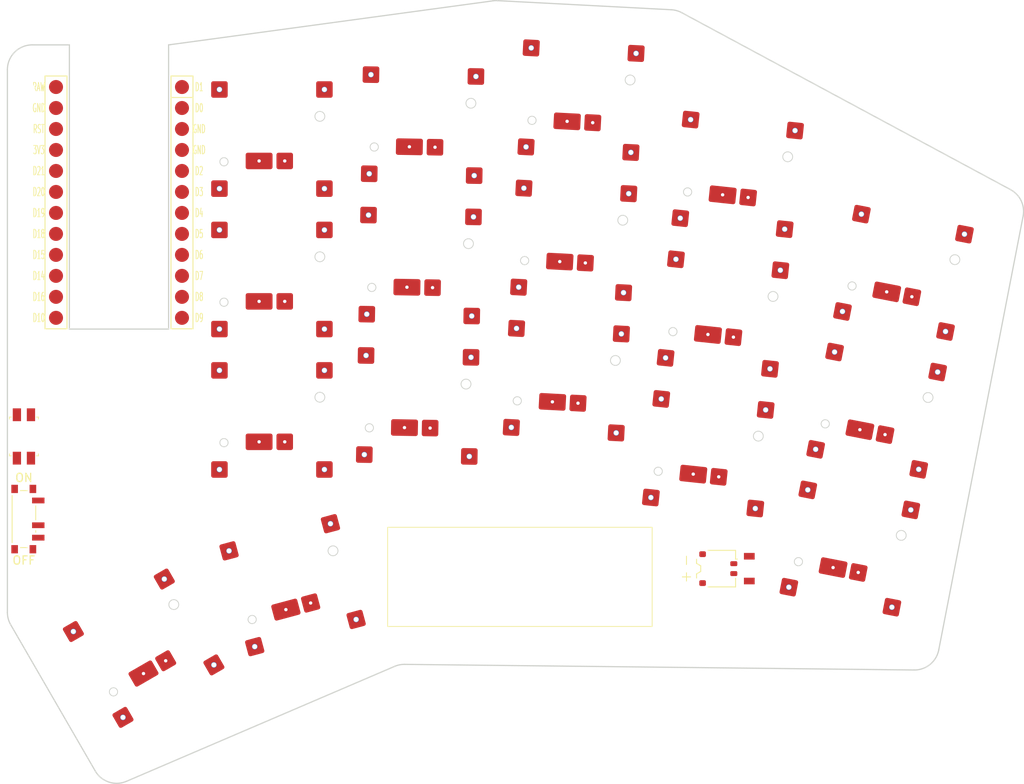
<source format=kicad_pcb>
(kicad_pcb (version 20240108) (generator "ergogen") (generator_version "4.1.0")
  (title_block (title "slimsplaydy_right_unrouted") (date "2025-05-30") (rev "v1.0.0") (company "Unknown"))
  (layers (0 "F.Cu" signal) (31 "B.Cu" signal) (34 "B.Paste" user) (35 "F.Paste" user) (36 "B.SilkS" user "B.Silkscreen") (37 "F.SilkS" user "F.Silkscreen") (38 "B.Mask" user) (39 "F.Mask" user) (44 "Edge.Cuts" user))
  (net 0 "")
  (net 1 "mirror_hand_pinky_bottom")
  (net 2 "GND")
  (net 3 "mirror_hand_pinky_home")
  (net 4 "mirror_hand_pinky_top")
  (net 5 "mirror_hand_ring_bottom")
  (net 6 "mirror_hand_ring_home")
  (net 7 "mirror_hand_ring_top")
  (net 8 "mirror_hand_middle_bottom")
  (net 9 "mirror_hand_middle_home")
  (net 10 "mirror_hand_middle_top")
  (net 11 "mirror_hand_index_bottom")
  (net 12 "mirror_hand_index_home")
  (net 13 "mirror_hand_index_top")
  (net 14 "mirror_hand_inner_bottom")
  (net 15 "mirror_hand_inner_home")
  (net 16 "mirror_hand_inner_top")
  (net 17 "mirror_thumb_near_fan")
  (net 18 "mirror_thumb_far_fan")
  (net 19 "RAW")
  (net 20 "RST")
  (net 21 "3V3")
  (net 22 "D21")
  (net 23 "P101")
  (net 24 "P102")
  (net 25 "P107")
  (net 26 "MCU1_24")
  (net 27 "MCU1_1")
  (net 28 "MCU1_23")
  (net 29 "MCU1_2")
  (net 30 "MCU1_22")
  (net 31 "MCU1_3")
  (net 32 "MCU1_21")
  (net 33 "MCU1_4")
  (net 34 "MCU1_20")
  (net 35 "MCU1_5")
  (net 36 "MCU1_19")
  (net 37 "MCU1_6")
  (net 38 "MCU1_18")
  (net 39 "MCU1_7")
  (net 40 "MCU1_17")
  (net 41 "MCU1_8")
  (net 42 "MCU1_16")
  (net 43 "MCU1_9")
  (net 44 "MCU1_15")
  (net 45 "MCU1_10")
  (net 46 "MCU1_14")
  (net 47 "MCU1_11")
  (net 48 "MCU1_13")
  (net 49 "MCU1_12")
  (net 50 "BAT_P")
  (footprint "PG1316S" (at 330.91987090000003 141.7956297 -11) (layer "F.Cu")
    (property "Reference" "S1" hide)
    (fp_circle (center -5.8 2.75) (end -5.3 2.75) (stroke (width 0.1)) (fill none) (layer "Edge.Cuts"))
    (fp_circle (center 5.8 -2.75) (end 6.4 -2.75) (stroke (width 0.1)) (fill none) (layer "Edge.Cuts"))
    (pad "1" smd roundrect (at -1.55 2.65 -11) (size 3.25 2) (layers "F.Cu" "F.Paste" "F.Mask") (roundrect_rratio 0.125) (net 1 "mirror_hand_pinky_bottom"))
    (pad "2" smd roundrect (at 1.55 2.65 -11) (size 2 2) (layers "F.Cu" "F.Paste" "F.Mask") (roundrect_rratio 0.125) (net 2 "GND"))
    (pad "3" smd roundrect (at -6.35 -6 -11) (size 2 2) (layers "F.Cu" "F.Paste" "F.Mask") (roundrect_rratio 0.125))
    (pad "3" smd roundrect (at -6.35 6 -11) (size 2 2) (layers "F.Cu" "F.Paste" "F.Mask") (roundrect_rratio 0.125))
    (pad "3" smd roundrect (at 6.35 -6 -11) (size 2 2) (layers "F.Cu" "F.Paste" "F.Mask") (roundrect_rratio 0.125))
    (pad "3" smd roundrect (at 6.35 6 -11) (size 2 2) (layers "F.Cu" "F.Paste" "F.Mask") (roundrect_rratio 0.125))
    (pad "" thru_hole circle (at -1.55 2.65 -11) (size 0.4 0.4) (layers "F.Cu" "B.Cu" "F.Paste" "B.Paste" "F.Mask" "B.Mask") (drill 0.8) (net 1 "mirror_hand_pinky_bottom"))
    (pad "" thru_hole circle (at 1.55 2.65 -11) (size 0.4 0.4) (layers "F.Cu" "B.Cu" "F.Paste" "B.Paste" "F.Mask" "B.Mask") (drill 0.8) (net 2 "GND"))
    (pad "" thru_hole circle (at -6.35 -6 -11) (size 0.7 0.7) (layers "F.Cu" "B.Cu" "F.Paste" "B.Paste" "F.Mask" "B.Mask") (drill 0.6))
    (pad "" thru_hole circle (at -6.35 6 -11) (size 0.7 0.7) (layers "F.Cu" "B.Cu" "F.Paste" "B.Paste" "F.Mask" "B.Mask") (drill 0.6))
    (pad "" thru_hole circle (at 6.35 -6 -11) (size 0.7 0.7) (layers "F.Cu" "B.Cu" "F.Paste" "B.Paste" "F.Mask" "B.Mask") (drill 0.6))
    (pad "" thru_hole circle (at 6.35 6 -11) (size 0.7 0.7) (layers "F.Cu" "B.Cu" "F.Paste" "B.Paste" "F.Mask" "B.Mask") (drill 0.6))
  )
  (footprint "PG1316S" (at 334.16362380000004 125.1079676 -11) (layer "F.Cu")
    (property "Reference" "S2" hide)
    (fp_circle (center -5.8 2.75) (end -5.3 2.75) (stroke (width 0.1)) (fill none) (layer "Edge.Cuts"))
    (fp_circle (center 5.8 -2.75) (end 6.4 -2.75) (stroke (width 0.1)) (fill none) (layer "Edge.Cuts"))
    (pad "1" smd roundrect (at -1.55 2.65 -11) (size 3.25 2) (layers "F.Cu" "F.Paste" "F.Mask") (roundrect_rratio 0.125) (net 3 "mirror_hand_pinky_home"))
    (pad "2" smd roundrect (at 1.55 2.65 -11) (size 2 2) (layers "F.Cu" "F.Paste" "F.Mask") (roundrect_rratio 0.125) (net 2 "GND"))
    (pad "3" smd roundrect (at -6.35 -6 -11) (size 2 2) (layers "F.Cu" "F.Paste" "F.Mask") (roundrect_rratio 0.125))
    (pad "3" smd roundrect (at -6.35 6 -11) (size 2 2) (layers "F.Cu" "F.Paste" "F.Mask") (roundrect_rratio 0.125))
    (pad "3" smd roundrect (at 6.35 -6 -11) (size 2 2) (layers "F.Cu" "F.Paste" "F.Mask") (roundrect_rratio 0.125))
    (pad "3" smd roundrect (at 6.35 6 -11) (size 2 2) (layers "F.Cu" "F.Paste" "F.Mask") (roundrect_rratio 0.125))
    (pad "" thru_hole circle (at -1.55 2.65 -11) (size 0.4 0.4) (layers "F.Cu" "B.Cu" "F.Paste" "B.Paste" "F.Mask" "B.Mask") (drill 0.8) (net 3 "mirror_hand_pinky_home"))
    (pad "" thru_hole circle (at 1.55 2.65 -11) (size 0.4 0.4) (layers "F.Cu" "B.Cu" "F.Paste" "B.Paste" "F.Mask" "B.Mask") (drill 0.8) (net 2 "GND"))
    (pad "" thru_hole circle (at -6.35 -6 -11) (size 0.7 0.7) (layers "F.Cu" "B.Cu" "F.Paste" "B.Paste" "F.Mask" "B.Mask") (drill 0.6))
    (pad "" thru_hole circle (at -6.35 6 -11) (size 0.7 0.7) (layers "F.Cu" "B.Cu" "F.Paste" "B.Paste" "F.Mask" "B.Mask") (drill 0.6))
    (pad "" thru_hole circle (at 6.35 -6 -11) (size 0.7 0.7) (layers "F.Cu" "B.Cu" "F.Paste" "B.Paste" "F.Mask" "B.Mask") (drill 0.6))
    (pad "" thru_hole circle (at 6.35 6 -11) (size 0.7 0.7) (layers "F.Cu" "B.Cu" "F.Paste" "B.Paste" "F.Mask" "B.Mask") (drill 0.6))
  )
  (footprint "PG1316S" (at 337.40737670000004 108.4203055 -11) (layer "F.Cu")
    (property "Reference" "S3" hide)
    (fp_circle (center -5.8 2.75) (end -5.3 2.75) (stroke (width 0.1)) (fill none) (layer "Edge.Cuts"))
    (fp_circle (center 5.8 -2.75) (end 6.4 -2.75) (stroke (width 0.1)) (fill none) (layer "Edge.Cuts"))
    (pad "1" smd roundrect (at -1.55 2.65 -11) (size 3.25 2) (layers "F.Cu" "F.Paste" "F.Mask") (roundrect_rratio 0.125) (net 4 "mirror_hand_pinky_top"))
    (pad "2" smd roundrect (at 1.55 2.65 -11) (size 2 2) (layers "F.Cu" "F.Paste" "F.Mask") (roundrect_rratio 0.125) (net 2 "GND"))
    (pad "3" smd roundrect (at -6.35 -6 -11) (size 2 2) (layers "F.Cu" "F.Paste" "F.Mask") (roundrect_rratio 0.125))
    (pad "3" smd roundrect (at -6.35 6 -11) (size 2 2) (layers "F.Cu" "F.Paste" "F.Mask") (roundrect_rratio 0.125))
    (pad "3" smd roundrect (at 6.35 -6 -11) (size 2 2) (layers "F.Cu" "F.Paste" "F.Mask") (roundrect_rratio 0.125))
    (pad "3" smd roundrect (at 6.35 6 -11) (size 2 2) (layers "F.Cu" "F.Paste" "F.Mask") (roundrect_rratio 0.125))
    (pad "" thru_hole circle (at -1.55 2.65 -11) (size 0.4 0.4) (layers "F.Cu" "B.Cu" "F.Paste" "B.Paste" "F.Mask" "B.Mask") (drill 0.8) (net 4 "mirror_hand_pinky_top"))
    (pad "" thru_hole circle (at 1.55 2.65 -11) (size 0.4 0.4) (layers "F.Cu" "B.Cu" "F.Paste" "B.Paste" "F.Mask" "B.Mask") (drill 0.8) (net 2 "GND"))
    (pad "" thru_hole circle (at -6.35 -6 -11) (size 0.7 0.7) (layers "F.Cu" "B.Cu" "F.Paste" "B.Paste" "F.Mask" "B.Mask") (drill 0.6))
    (pad "" thru_hole circle (at -6.35 6 -11) (size 0.7 0.7) (layers "F.Cu" "B.Cu" "F.Paste" "B.Paste" "F.Mask" "B.Mask") (drill 0.6))
    (pad "" thru_hole circle (at 6.35 -6 -11) (size 0.7 0.7) (layers "F.Cu" "B.Cu" "F.Paste" "B.Paste" "F.Mask" "B.Mask") (drill 0.6))
    (pad "" thru_hole circle (at 6.35 6 -11) (size 0.7 0.7) (layers "F.Cu" "B.Cu" "F.Paste" "B.Paste" "F.Mask" "B.Mask") (drill 0.6))
  )
  (footprint "PG1316S" (at 313.79542630000003 130.3172413 -6) (layer "F.Cu")
    (property "Reference" "S4" hide)
    (fp_circle (center -5.8 2.75) (end -5.3 2.75) (stroke (width 0.1)) (fill none) (layer "Edge.Cuts"))
    (fp_circle (center 5.8 -2.75) (end 6.4 -2.75) (stroke (width 0.1)) (fill none) (layer "Edge.Cuts"))
    (pad "1" smd roundrect (at -1.55 2.65 -6) (size 3.25 2) (layers "F.Cu" "F.Paste" "F.Mask") (roundrect_rratio 0.125) (net 5 "mirror_hand_ring_bottom"))
    (pad "2" smd roundrect (at 1.55 2.65 -6) (size 2 2) (layers "F.Cu" "F.Paste" "F.Mask") (roundrect_rratio 0.125) (net 2 "GND"))
    (pad "3" smd roundrect (at -6.35 -6 -6) (size 2 2) (layers "F.Cu" "F.Paste" "F.Mask") (roundrect_rratio 0.125))
    (pad "3" smd roundrect (at -6.35 6 -6) (size 2 2) (layers "F.Cu" "F.Paste" "F.Mask") (roundrect_rratio 0.125))
    (pad "3" smd roundrect (at 6.35 -6 -6) (size 2 2) (layers "F.Cu" "F.Paste" "F.Mask") (roundrect_rratio 0.125))
    (pad "3" smd roundrect (at 6.35 6 -6) (size 2 2) (layers "F.Cu" "F.Paste" "F.Mask") (roundrect_rratio 0.125))
    (pad "" thru_hole circle (at -1.55 2.65 -6) (size 0.4 0.4) (layers "F.Cu" "B.Cu" "F.Paste" "B.Paste" "F.Mask" "B.Mask") (drill 0.8) (net 5 "mirror_hand_ring_bottom"))
    (pad "" thru_hole circle (at 1.55 2.65 -6) (size 0.4 0.4) (layers "F.Cu" "B.Cu" "F.Paste" "B.Paste" "F.Mask" "B.Mask") (drill 0.8) (net 2 "GND"))
    (pad "" thru_hole circle (at -6.35 -6 -6) (size 0.7 0.7) (layers "F.Cu" "B.Cu" "F.Paste" "B.Paste" "F.Mask" "B.Mask") (drill 0.6))
    (pad "" thru_hole circle (at -6.35 6 -6) (size 0.7 0.7) (layers "F.Cu" "B.Cu" "F.Paste" "B.Paste" "F.Mask" "B.Mask") (drill 0.6))
    (pad "" thru_hole circle (at 6.35 -6 -6) (size 0.7 0.7) (layers "F.Cu" "B.Cu" "F.Paste" "B.Paste" "F.Mask" "B.Mask") (drill 0.6))
    (pad "" thru_hole circle (at 6.35 6 -6) (size 0.7 0.7) (layers "F.Cu" "B.Cu" "F.Paste" "B.Paste" "F.Mask" "B.Mask") (drill 0.6))
  )
  (footprint "PG1316S" (at 315.57241020000004 113.4103691 -6) (layer "F.Cu")
    (property "Reference" "S5" hide)
    (fp_circle (center -5.8 2.75) (end -5.3 2.75) (stroke (width 0.1)) (fill none) (layer "Edge.Cuts"))
    (fp_circle (center 5.8 -2.75) (end 6.4 -2.75) (stroke (width 0.1)) (fill none) (layer "Edge.Cuts"))
    (pad "1" smd roundrect (at -1.55 2.65 -6) (size 3.25 2) (layers "F.Cu" "F.Paste" "F.Mask") (roundrect_rratio 0.125) (net 6 "mirror_hand_ring_home"))
    (pad "2" smd roundrect (at 1.55 2.65 -6) (size 2 2) (layers "F.Cu" "F.Paste" "F.Mask") (roundrect_rratio 0.125) (net 2 "GND"))
    (pad "3" smd roundrect (at -6.35 -6 -6) (size 2 2) (layers "F.Cu" "F.Paste" "F.Mask") (roundrect_rratio 0.125))
    (pad "3" smd roundrect (at -6.35 6 -6) (size 2 2) (layers "F.Cu" "F.Paste" "F.Mask") (roundrect_rratio 0.125))
    (pad "3" smd roundrect (at 6.35 -6 -6) (size 2 2) (layers "F.Cu" "F.Paste" "F.Mask") (roundrect_rratio 0.125))
    (pad "3" smd roundrect (at 6.35 6 -6) (size 2 2) (layers "F.Cu" "F.Paste" "F.Mask") (roundrect_rratio 0.125))
    (pad "" thru_hole circle (at -1.55 2.65 -6) (size 0.4 0.4) (layers "F.Cu" "B.Cu" "F.Paste" "B.Paste" "F.Mask" "B.Mask") (drill 0.8) (net 6 "mirror_hand_ring_home"))
    (pad "" thru_hole circle (at 1.55 2.65 -6) (size 0.4 0.4) (layers "F.Cu" "B.Cu" "F.Paste" "B.Paste" "F.Mask" "B.Mask") (drill 0.8) (net 2 "GND"))
    (pad "" thru_hole circle (at -6.35 -6 -6) (size 0.7 0.7) (layers "F.Cu" "B.Cu" "F.Paste" "B.Paste" "F.Mask" "B.Mask") (drill 0.6))
    (pad "" thru_hole circle (at -6.35 6 -6) (size 0.7 0.7) (layers "F.Cu" "B.Cu" "F.Paste" "B.Paste" "F.Mask" "B.Mask") (drill 0.6))
    (pad "" thru_hole circle (at 6.35 -6 -6) (size 0.7 0.7) (layers "F.Cu" "B.Cu" "F.Paste" "B.Paste" "F.Mask" "B.Mask") (drill 0.6))
    (pad "" thru_hole circle (at 6.35 6 -6) (size 0.7 0.7) (layers "F.Cu" "B.Cu" "F.Paste" "B.Paste" "F.Mask" "B.Mask") (drill 0.6))
  )
  (footprint "PG1316S" (at 317.3493942 96.5034968 -6) (layer "F.Cu")
    (property "Reference" "S6" hide)
    (fp_circle (center -5.8 2.75) (end -5.3 2.75) (stroke (width 0.1)) (fill none) (layer "Edge.Cuts"))
    (fp_circle (center 5.8 -2.75) (end 6.4 -2.75) (stroke (width 0.1)) (fill none) (layer "Edge.Cuts"))
    (pad "1" smd roundrect (at -1.55 2.65 -6) (size 3.25 2) (layers "F.Cu" "F.Paste" "F.Mask") (roundrect_rratio 0.125) (net 7 "mirror_hand_ring_top"))
    (pad "2" smd roundrect (at 1.55 2.65 -6) (size 2 2) (layers "F.Cu" "F.Paste" "F.Mask") (roundrect_rratio 0.125) (net 2 "GND"))
    (pad "3" smd roundrect (at -6.35 -6 -6) (size 2 2) (layers "F.Cu" "F.Paste" "F.Mask") (roundrect_rratio 0.125))
    (pad "3" smd roundrect (at -6.35 6 -6) (size 2 2) (layers "F.Cu" "F.Paste" "F.Mask") (roundrect_rratio 0.125))
    (pad "3" smd roundrect (at 6.35 -6 -6) (size 2 2) (layers "F.Cu" "F.Paste" "F.Mask") (roundrect_rratio 0.125))
    (pad "3" smd roundrect (at 6.35 6 -6) (size 2 2) (layers "F.Cu" "F.Paste" "F.Mask") (roundrect_rratio 0.125))
    (pad "" thru_hole circle (at -1.55 2.65 -6) (size 0.4 0.4) (layers "F.Cu" "B.Cu" "F.Paste" "B.Paste" "F.Mask" "B.Mask") (drill 0.8) (net 7 "mirror_hand_ring_top"))
    (pad "" thru_hole circle (at 1.55 2.65 -6) (size 0.4 0.4) (layers "F.Cu" "B.Cu" "F.Paste" "B.Paste" "F.Mask" "B.Mask") (drill 0.8) (net 2 "GND"))
    (pad "" thru_hole circle (at -6.35 -6 -6) (size 0.7 0.7) (layers "F.Cu" "B.Cu" "F.Paste" "B.Paste" "F.Mask" "B.Mask") (drill 0.6))
    (pad "" thru_hole circle (at -6.35 6 -6) (size 0.7 0.7) (layers "F.Cu" "B.Cu" "F.Paste" "B.Paste" "F.Mask" "B.Mask") (drill 0.6))
    (pad "" thru_hole circle (at 6.35 -6 -6) (size 0.7 0.7) (layers "F.Cu" "B.Cu" "F.Paste" "B.Paste" "F.Mask" "B.Mask") (drill 0.6))
    (pad "" thru_hole circle (at 6.35 6 -6) (size 0.7 0.7) (layers "F.Cu" "B.Cu" "F.Paste" "B.Paste" "F.Mask" "B.Mask") (drill 0.6))
  )
  (footprint "PG1316S" (at 296.62573140000006 121.4740757 -3) (layer "F.Cu")
    (property "Reference" "S7" hide)
    (fp_circle (center -5.8 2.75) (end -5.3 2.75) (stroke (width 0.1)) (fill none) (layer "Edge.Cuts"))
    (fp_circle (center 5.8 -2.75) (end 6.4 -2.75) (stroke (width 0.1)) (fill none) (layer "Edge.Cuts"))
    (pad "1" smd roundrect (at -1.55 2.65 -3) (size 3.25 2) (layers "F.Cu" "F.Paste" "F.Mask") (roundrect_rratio 0.125) (net 8 "mirror_hand_middle_bottom"))
    (pad "2" smd roundrect (at 1.55 2.65 -3) (size 2 2) (layers "F.Cu" "F.Paste" "F.Mask") (roundrect_rratio 0.125) (net 2 "GND"))
    (pad "3" smd roundrect (at -6.35 -6 -3) (size 2 2) (layers "F.Cu" "F.Paste" "F.Mask") (roundrect_rratio 0.125))
    (pad "3" smd roundrect (at -6.35 6 -3) (size 2 2) (layers "F.Cu" "F.Paste" "F.Mask") (roundrect_rratio 0.125))
    (pad "3" smd roundrect (at 6.35 -6 -3) (size 2 2) (layers "F.Cu" "F.Paste" "F.Mask") (roundrect_rratio 0.125))
    (pad "3" smd roundrect (at 6.35 6 -3) (size 2 2) (layers "F.Cu" "F.Paste" "F.Mask") (roundrect_rratio 0.125))
    (pad "" thru_hole circle (at -1.55 2.65 -3) (size 0.4 0.4) (layers "F.Cu" "B.Cu" "F.Paste" "B.Paste" "F.Mask" "B.Mask") (drill 0.8) (net 8 "mirror_hand_middle_bottom"))
    (pad "" thru_hole circle (at 1.55 2.65 -3) (size 0.4 0.4) (layers "F.Cu" "B.Cu" "F.Paste" "B.Paste" "F.Mask" "B.Mask") (drill 0.8) (net 2 "GND"))
    (pad "" thru_hole circle (at -6.35 -6 -3) (size 0.7 0.7) (layers "F.Cu" "B.Cu" "F.Paste" "B.Paste" "F.Mask" "B.Mask") (drill 0.6))
    (pad "" thru_hole circle (at -6.35 6 -3) (size 0.7 0.7) (layers "F.Cu" "B.Cu" "F.Paste" "B.Paste" "F.Mask" "B.Mask") (drill 0.6))
    (pad "" thru_hole circle (at 6.35 -6 -3) (size 0.7 0.7) (layers "F.Cu" "B.Cu" "F.Paste" "B.Paste" "F.Mask" "B.Mask") (drill 0.6))
    (pad "" thru_hole circle (at 6.35 6 -3) (size 0.7 0.7) (layers "F.Cu" "B.Cu" "F.Paste" "B.Paste" "F.Mask" "B.Mask") (drill 0.6))
  )
  (footprint "PG1316S" (at 297.5154427 104.4973736 -3) (layer "F.Cu")
    (property "Reference" "S8" hide)
    (fp_circle (center -5.8 2.75) (end -5.3 2.75) (stroke (width 0.1)) (fill none) (layer "Edge.Cuts"))
    (fp_circle (center 5.8 -2.75) (end 6.4 -2.75) (stroke (width 0.1)) (fill none) (layer "Edge.Cuts"))
    (pad "1" smd roundrect (at -1.55 2.65 -3) (size 3.25 2) (layers "F.Cu" "F.Paste" "F.Mask") (roundrect_rratio 0.125) (net 9 "mirror_hand_middle_home"))
    (pad "2" smd roundrect (at 1.55 2.65 -3) (size 2 2) (layers "F.Cu" "F.Paste" "F.Mask") (roundrect_rratio 0.125) (net 2 "GND"))
    (pad "3" smd roundrect (at -6.35 -6 -3) (size 2 2) (layers "F.Cu" "F.Paste" "F.Mask") (roundrect_rratio 0.125))
    (pad "3" smd roundrect (at -6.35 6 -3) (size 2 2) (layers "F.Cu" "F.Paste" "F.Mask") (roundrect_rratio 0.125))
    (pad "3" smd roundrect (at 6.35 -6 -3) (size 2 2) (layers "F.Cu" "F.Paste" "F.Mask") (roundrect_rratio 0.125))
    (pad "3" smd roundrect (at 6.35 6 -3) (size 2 2) (layers "F.Cu" "F.Paste" "F.Mask") (roundrect_rratio 0.125))
    (pad "" thru_hole circle (at -1.55 2.65 -3) (size 0.4 0.4) (layers "F.Cu" "B.Cu" "F.Paste" "B.Paste" "F.Mask" "B.Mask") (drill 0.8) (net 9 "mirror_hand_middle_home"))
    (pad "" thru_hole circle (at 1.55 2.65 -3) (size 0.4 0.4) (layers "F.Cu" "B.Cu" "F.Paste" "B.Paste" "F.Mask" "B.Mask") (drill 0.8) (net 2 "GND"))
    (pad "" thru_hole circle (at -6.35 -6 -3) (size 0.7 0.7) (layers "F.Cu" "B.Cu" "F.Paste" "B.Paste" "F.Mask" "B.Mask") (drill 0.6))
    (pad "" thru_hole circle (at -6.35 6 -3) (size 0.7 0.7) (layers "F.Cu" "B.Cu" "F.Paste" "B.Paste" "F.Mask" "B.Mask") (drill 0.6))
    (pad "" thru_hole circle (at 6.35 -6 -3) (size 0.7 0.7) (layers "F.Cu" "B.Cu" "F.Paste" "B.Paste" "F.Mask" "B.Mask") (drill 0.6))
    (pad "" thru_hole circle (at 6.35 6 -3) (size 0.7 0.7) (layers "F.Cu" "B.Cu" "F.Paste" "B.Paste" "F.Mask" "B.Mask") (drill 0.6))
  )
  (footprint "PG1316S" (at 298.40515400000004 87.5206715 -3) (layer "F.Cu")
    (property "Reference" "S9" hide)
    (fp_circle (center -5.8 2.75) (end -5.3 2.75) (stroke (width 0.1)) (fill none) (layer "Edge.Cuts"))
    (fp_circle (center 5.8 -2.75) (end 6.4 -2.75) (stroke (width 0.1)) (fill none) (layer "Edge.Cuts"))
    (pad "1" smd roundrect (at -1.55 2.65 -3) (size 3.25 2) (layers "F.Cu" "F.Paste" "F.Mask") (roundrect_rratio 0.125) (net 10 "mirror_hand_middle_top"))
    (pad "2" smd roundrect (at 1.55 2.65 -3) (size 2 2) (layers "F.Cu" "F.Paste" "F.Mask") (roundrect_rratio 0.125) (net 2 "GND"))
    (pad "3" smd roundrect (at -6.35 -6 -3) (size 2 2) (layers "F.Cu" "F.Paste" "F.Mask") (roundrect_rratio 0.125))
    (pad "3" smd roundrect (at -6.35 6 -3) (size 2 2) (layers "F.Cu" "F.Paste" "F.Mask") (roundrect_rratio 0.125))
    (pad "3" smd roundrect (at 6.35 -6 -3) (size 2 2) (layers "F.Cu" "F.Paste" "F.Mask") (roundrect_rratio 0.125))
    (pad "3" smd roundrect (at 6.35 6 -3) (size 2 2) (layers "F.Cu" "F.Paste" "F.Mask") (roundrect_rratio 0.125))
    (pad "" thru_hole circle (at -1.55 2.65 -3) (size 0.4 0.4) (layers "F.Cu" "B.Cu" "F.Paste" "B.Paste" "F.Mask" "B.Mask") (drill 0.8) (net 10 "mirror_hand_middle_top"))
    (pad "" thru_hole circle (at 1.55 2.65 -3) (size 0.4 0.4) (layers "F.Cu" "B.Cu" "F.Paste" "B.Paste" "F.Mask" "B.Mask") (drill 0.8) (net 2 "GND"))
    (pad "" thru_hole circle (at -6.35 -6 -3) (size 0.7 0.7) (layers "F.Cu" "B.Cu" "F.Paste" "B.Paste" "F.Mask" "B.Mask") (drill 0.6))
    (pad "" thru_hole circle (at -6.35 6 -3) (size 0.7 0.7) (layers "F.Cu" "B.Cu" "F.Paste" "B.Paste" "F.Mask" "B.Mask") (drill 0.6))
    (pad "" thru_hole circle (at 6.35 -6 -3) (size 0.7 0.7) (layers "F.Cu" "B.Cu" "F.Paste" "B.Paste" "F.Mask" "B.Mask") (drill 0.6))
    (pad "" thru_hole circle (at 6.35 6 -3) (size 0.7 0.7) (layers "F.Cu" "B.Cu" "F.Paste" "B.Paste" "F.Mask" "B.Mask") (drill 0.6))
  )
  (footprint "PG1316S" (at 278.64078190000004 124.5370139 -1) (layer "F.Cu")
    (property "Reference" "S10" hide)
    (fp_circle (center -5.8 2.75) (end -5.3 2.75) (stroke (width 0.1)) (fill none) (layer "Edge.Cuts"))
    (fp_circle (center 5.8 -2.75) (end 6.4 -2.75) (stroke (width 0.1)) (fill none) (layer "Edge.Cuts"))
    (pad "1" smd roundrect (at -1.55 2.65 -1) (size 3.25 2) (layers "F.Cu" "F.Paste" "F.Mask") (roundrect_rratio 0.125) (net 11 "mirror_hand_index_bottom"))
    (pad "2" smd roundrect (at 1.55 2.65 -1) (size 2 2) (layers "F.Cu" "F.Paste" "F.Mask") (roundrect_rratio 0.125) (net 2 "GND"))
    (pad "3" smd roundrect (at -6.35 -6 -1) (size 2 2) (layers "F.Cu" "F.Paste" "F.Mask") (roundrect_rratio 0.125))
    (pad "3" smd roundrect (at -6.35 6 -1) (size 2 2) (layers "F.Cu" "F.Paste" "F.Mask") (roundrect_rratio 0.125))
    (pad "3" smd roundrect (at 6.35 -6 -1) (size 2 2) (layers "F.Cu" "F.Paste" "F.Mask") (roundrect_rratio 0.125))
    (pad "3" smd roundrect (at 6.35 6 -1) (size 2 2) (layers "F.Cu" "F.Paste" "F.Mask") (roundrect_rratio 0.125))
    (pad "" thru_hole circle (at -1.55 2.65 -1) (size 0.4 0.4) (layers "F.Cu" "B.Cu" "F.Paste" "B.Paste" "F.Mask" "B.Mask") (drill 0.8) (net 11 "mirror_hand_index_bottom"))
    (pad "" thru_hole circle (at 1.55 2.65 -1) (size 0.4 0.4) (layers "F.Cu" "B.Cu" "F.Paste" "B.Paste" "F.Mask" "B.Mask") (drill 0.8) (net 2 "GND"))
    (pad "" thru_hole circle (at -6.35 -6 -1) (size 0.7 0.7) (layers "F.Cu" "B.Cu" "F.Paste" "B.Paste" "F.Mask" "B.Mask") (drill 0.6))
    (pad "" thru_hole circle (at -6.35 6 -1) (size 0.7 0.7) (layers "F.Cu" "B.Cu" "F.Paste" "B.Paste" "F.Mask" "B.Mask") (drill 0.6))
    (pad "" thru_hole circle (at 6.35 -6 -1) (size 0.7 0.7) (layers "F.Cu" "B.Cu" "F.Paste" "B.Paste" "F.Mask" "B.Mask") (drill 0.6))
    (pad "" thru_hole circle (at 6.35 6 -1) (size 0.7 0.7) (layers "F.Cu" "B.Cu" "F.Paste" "B.Paste" "F.Mask" "B.Mask") (drill 0.6))
  )
  (footprint "PG1316S" (at 278.9374728 107.5396031 -1) (layer "F.Cu")
    (property "Reference" "S11" hide)
    (fp_circle (center -5.8 2.75) (end -5.3 2.75) (stroke (width 0.1)) (fill none) (layer "Edge.Cuts"))
    (fp_circle (center 5.8 -2.75) (end 6.4 -2.75) (stroke (width 0.1)) (fill none) (layer "Edge.Cuts"))
    (pad "1" smd roundrect (at -1.55 2.65 -1) (size 3.25 2) (layers "F.Cu" "F.Paste" "F.Mask") (roundrect_rratio 0.125) (net 12 "mirror_hand_index_home"))
    (pad "2" smd roundrect (at 1.55 2.65 -1) (size 2 2) (layers "F.Cu" "F.Paste" "F.Mask") (roundrect_rratio 0.125) (net 2 "GND"))
    (pad "3" smd roundrect (at -6.35 -6 -1) (size 2 2) (layers "F.Cu" "F.Paste" "F.Mask") (roundrect_rratio 0.125))
    (pad "3" smd roundrect (at -6.35 6 -1) (size 2 2) (layers "F.Cu" "F.Paste" "F.Mask") (roundrect_rratio 0.125))
    (pad "3" smd roundrect (at 6.35 -6 -1) (size 2 2) (layers "F.Cu" "F.Paste" "F.Mask") (roundrect_rratio 0.125))
    (pad "3" smd roundrect (at 6.35 6 -1) (size 2 2) (layers "F.Cu" "F.Paste" "F.Mask") (roundrect_rratio 0.125))
    (pad "" thru_hole circle (at -1.55 2.65 -1) (size 0.4 0.4) (layers "F.Cu" "B.Cu" "F.Paste" "B.Paste" "F.Mask" "B.Mask") (drill 0.8) (net 12 "mirror_hand_index_home"))
    (pad "" thru_hole circle (at 1.55 2.65 -1) (size 0.4 0.4) (layers "F.Cu" "B.Cu" "F.Paste" "B.Paste" "F.Mask" "B.Mask") (drill 0.8) (net 2 "GND"))
    (pad "" thru_hole circle (at -6.35 -6 -1) (size 0.7 0.7) (layers "F.Cu" "B.Cu" "F.Paste" "B.Paste" "F.Mask" "B.Mask") (drill 0.6))
    (pad "" thru_hole circle (at -6.35 6 -1) (size 0.7 0.7) (layers "F.Cu" "B.Cu" "F.Paste" "B.Paste" "F.Mask" "B.Mask") (drill 0.6))
    (pad "" thru_hole circle (at 6.35 -6 -1) (size 0.7 0.7) (layers "F.Cu" "B.Cu" "F.Paste" "B.Paste" "F.Mask" "B.Mask") (drill 0.6))
    (pad "" thru_hole circle (at 6.35 6 -1) (size 0.7 0.7) (layers "F.Cu" "B.Cu" "F.Paste" "B.Paste" "F.Mask" "B.Mask") (drill 0.6))
  )
  (footprint "PG1316S" (at 279.23416380000003 90.5421923 -1) (layer "F.Cu")
    (property "Reference" "S12" hide)
    (fp_circle (center -5.8 2.75) (end -5.3 2.75) (stroke (width 0.1)) (fill none) (layer "Edge.Cuts"))
    (fp_circle (center 5.8 -2.75) (end 6.4 -2.75) (stroke (width 0.1)) (fill none) (layer "Edge.Cuts"))
    (pad "1" smd roundrect (at -1.55 2.65 -1) (size 3.25 2) (layers "F.Cu" "F.Paste" "F.Mask") (roundrect_rratio 0.125) (net 13 "mirror_hand_index_top"))
    (pad "2" smd roundrect (at 1.55 2.65 -1) (size 2 2) (layers "F.Cu" "F.Paste" "F.Mask") (roundrect_rratio 0.125) (net 2 "GND"))
    (pad "3" smd roundrect (at -6.35 -6 -1) (size 2 2) (layers "F.Cu" "F.Paste" "F.Mask") (roundrect_rratio 0.125))
    (pad "3" smd roundrect (at -6.35 6 -1) (size 2 2) (layers "F.Cu" "F.Paste" "F.Mask") (roundrect_rratio 0.125))
    (pad "3" smd roundrect (at 6.35 -6 -1) (size 2 2) (layers "F.Cu" "F.Paste" "F.Mask") (roundrect_rratio 0.125))
    (pad "3" smd roundrect (at 6.35 6 -1) (size 2 2) (layers "F.Cu" "F.Paste" "F.Mask") (roundrect_rratio 0.125))
    (pad "" thru_hole circle (at -1.55 2.65 -1) (size 0.4 0.4) (layers "F.Cu" "B.Cu" "F.Paste" "B.Paste" "F.Mask" "B.Mask") (drill 0.8) (net 13 "mirror_hand_index_top"))
    (pad "" thru_hole circle (at 1.55 2.65 -1) (size 0.4 0.4) (layers "F.Cu" "B.Cu" "F.Paste" "B.Paste" "F.Mask" "B.Mask") (drill 0.8) (net 2 "GND"))
    (pad "" thru_hole circle (at -6.35 -6 -1) (size 0.7 0.7) (layers "F.Cu" "B.Cu" "F.Paste" "B.Paste" "F.Mask" "B.Mask") (drill 0.6))
    (pad "" thru_hole circle (at -6.35 6 -1) (size 0.7 0.7) (layers "F.Cu" "B.Cu" "F.Paste" "B.Paste" "F.Mask" "B.Mask") (drill 0.6))
    (pad "" thru_hole circle (at 6.35 -6 -1) (size 0.7 0.7) (layers "F.Cu" "B.Cu" "F.Paste" "B.Paste" "F.Mask" "B.Mask") (drill 0.6))
    (pad "" thru_hole circle (at 6.35 6 -1) (size 0.7 0.7) (layers "F.Cu" "B.Cu" "F.Paste" "B.Paste" "F.Mask" "B.Mask") (drill 0.6))
  )
  (footprint "PG1316S" (at 261.0085577 126.2295469 0) (layer "F.Cu")
    (property "Reference" "S13" hide)
    (fp_circle (center -5.8 2.75) (end -5.3 2.75) (stroke (width 0.1)) (fill none) (layer "Edge.Cuts"))
    (fp_circle (center 5.8 -2.75) (end 6.4 -2.75) (stroke (width 0.1)) (fill none) (layer "Edge.Cuts"))
    (pad "1" smd roundrect (at -1.55 2.65 0) (size 3.25 2) (layers "F.Cu" "F.Paste" "F.Mask") (roundrect_rratio 0.125) (net 14 "mirror_hand_inner_bottom"))
    (pad "2" smd roundrect (at 1.55 2.65 0) (size 2 2) (layers "F.Cu" "F.Paste" "F.Mask") (roundrect_rratio 0.125) (net 2 "GND"))
    (pad "3" smd roundrect (at -6.35 -6 0) (size 2 2) (layers "F.Cu" "F.Paste" "F.Mask") (roundrect_rratio 0.125))
    (pad "3" smd roundrect (at -6.35 6 0) (size 2 2) (layers "F.Cu" "F.Paste" "F.Mask") (roundrect_rratio 0.125))
    (pad "3" smd roundrect (at 6.35 -6 0) (size 2 2) (layers "F.Cu" "F.Paste" "F.Mask") (roundrect_rratio 0.125))
    (pad "3" smd roundrect (at 6.35 6 0) (size 2 2) (layers "F.Cu" "F.Paste" "F.Mask") (roundrect_rratio 0.125))
    (pad "" thru_hole circle (at -1.55 2.65 0) (size 0.4 0.4) (layers "F.Cu" "B.Cu" "F.Paste" "B.Paste" "F.Mask" "B.Mask") (drill 0.8) (net 14 "mirror_hand_inner_bottom"))
    (pad "" thru_hole circle (at 1.55 2.65 0) (size 0.4 0.4) (layers "F.Cu" "B.Cu" "F.Paste" "B.Paste" "F.Mask" "B.Mask") (drill 0.8) (net 2 "GND"))
    (pad "" thru_hole circle (at -6.35 -6 0) (size 0.7 0.7) (layers "F.Cu" "B.Cu" "F.Paste" "B.Paste" "F.Mask" "B.Mask") (drill 0.6))
    (pad "" thru_hole circle (at -6.35 6 0) (size 0.7 0.7) (layers "F.Cu" "B.Cu" "F.Paste" "B.Paste" "F.Mask" "B.Mask") (drill 0.6))
    (pad "" thru_hole circle (at 6.35 -6 0) (size 0.7 0.7) (layers "F.Cu" "B.Cu" "F.Paste" "B.Paste" "F.Mask" "B.Mask") (drill 0.6))
    (pad "" thru_hole circle (at 6.35 6 0) (size 0.7 0.7) (layers "F.Cu" "B.Cu" "F.Paste" "B.Paste" "F.Mask" "B.Mask") (drill 0.6))
  )
  (footprint "PG1316S" (at 261.0085577 109.2295469 0) (layer "F.Cu")
    (property "Reference" "S14" hide)
    (fp_circle (center -5.8 2.75) (end -5.3 2.75) (stroke (width 0.1)) (fill none) (layer "Edge.Cuts"))
    (fp_circle (center 5.8 -2.75) (end 6.4 -2.75) (stroke (width 0.1)) (fill none) (layer "Edge.Cuts"))
    (pad "1" smd roundrect (at -1.55 2.65 0) (size 3.25 2) (layers "F.Cu" "F.Paste" "F.Mask") (roundrect_rratio 0.125) (net 15 "mirror_hand_inner_home"))
    (pad "2" smd roundrect (at 1.55 2.65 0) (size 2 2) (layers "F.Cu" "F.Paste" "F.Mask") (roundrect_rratio 0.125) (net 2 "GND"))
    (pad "3" smd roundrect (at -6.35 -6 0) (size 2 2) (layers "F.Cu" "F.Paste" "F.Mask") (roundrect_rratio 0.125))
    (pad "3" smd roundrect (at -6.35 6 0) (size 2 2) (layers "F.Cu" "F.Paste" "F.Mask") (roundrect_rratio 0.125))
    (pad "3" smd roundrect (at 6.35 -6 0) (size 2 2) (layers "F.Cu" "F.Paste" "F.Mask") (roundrect_rratio 0.125))
    (pad "3" smd roundrect (at 6.35 6 0) (size 2 2) (layers "F.Cu" "F.Paste" "F.Mask") (roundrect_rratio 0.125))
    (pad "" thru_hole circle (at -1.55 2.65 0) (size 0.4 0.4) (layers "F.Cu" "B.Cu" "F.Paste" "B.Paste" "F.Mask" "B.Mask") (drill 0.8) (net 15 "mirror_hand_inner_home"))
    (pad "" thru_hole circle (at 1.55 2.65 0) (size 0.4 0.4) (layers "F.Cu" "B.Cu" "F.Paste" "B.Paste" "F.Mask" "B.Mask") (drill 0.8) (net 2 "GND"))
    (pad "" thru_hole circle (at -6.35 -6 0) (size 0.7 0.7) (layers "F.Cu" "B.Cu" "F.Paste" "B.Paste" "F.Mask" "B.Mask") (drill 0.6))
    (pad "" thru_hole circle (at -6.35 6 0) (size 0.7 0.7) (layers "F.Cu" "B.Cu" "F.Paste" "B.Paste" "F.Mask" "B.Mask") (drill 0.6))
    (pad "" thru_hole circle (at 6.35 -6 0) (size 0.7 0.7) (layers "F.Cu" "B.Cu" "F.Paste" "B.Paste" "F.Mask" "B.Mask") (drill 0.6))
    (pad "" thru_hole circle (at 6.35 6 0) (size 0.7 0.7) (layers "F.Cu" "B.Cu" "F.Paste" "B.Paste" "F.Mask" "B.Mask") (drill 0.6))
  )
  (footprint "PG1316S" (at 261.0085577 92.2295469 0) (layer "F.Cu")
    (property "Reference" "S15" hide)
    (fp_circle (center -5.8 2.75) (end -5.3 2.75) (stroke (width 0.1)) (fill none) (layer "Edge.Cuts"))
    (fp_circle (center 5.8 -2.75) (end 6.4 -2.75) (stroke (width 0.1)) (fill none) (layer "Edge.Cuts"))
    (pad "1" smd roundrect (at -1.55 2.65 0) (size 3.25 2) (layers "F.Cu" "F.Paste" "F.Mask") (roundrect_rratio 0.125) (net 16 "mirror_hand_inner_top"))
    (pad "2" smd roundrect (at 1.55 2.65 0) (size 2 2) (layers "F.Cu" "F.Paste" "F.Mask") (roundrect_rratio 0.125) (net 2 "GND"))
    (pad "3" smd roundrect (at -6.35 -6 0) (size 2 2) (layers "F.Cu" "F.Paste" "F.Mask") (roundrect_rratio 0.125))
    (pad "3" smd roundrect (at -6.35 6 0) (size 2 2) (layers "F.Cu" "F.Paste" "F.Mask") (roundrect_rratio 0.125))
    (pad "3" smd roundrect (at 6.35 -6 0) (size 2 2) (layers "F.Cu" "F.Paste" "F.Mask") (roundrect_rratio 0.125))
    (pad "3" smd roundrect (at 6.35 6 0) (size 2 2) (layers "F.Cu" "F.Paste" "F.Mask") (roundrect_rratio 0.125))
    (pad "" thru_hole circle (at -1.55 2.65 0) (size 0.4 0.4) (layers "F.Cu" "B.Cu" "F.Paste" "B.Paste" "F.Mask" "B.Mask") (drill 0.8) (net 16 "mirror_hand_inner_top"))
    (pad "" thru_hole circle (at 1.55 2.65 0) (size 0.4 0.4) (layers "F.Cu" "B.Cu" "F.Paste" "B.Paste" "F.Mask" "B.Mask") (drill 0.8) (net 2 "GND"))
    (pad "" thru_hole circle (at -6.35 -6 0) (size 0.7 0.7) (layers "F.Cu" "B.Cu" "F.Paste" "B.Paste" "F.Mask" "B.Mask") (drill 0.6))
    (pad "" thru_hole circle (at -6.35 6 0) (size 0.7 0.7) (layers "F.Cu" "B.Cu" "F.Paste" "B.Paste" "F.Mask" "B.Mask") (drill 0.6))
    (pad "" thru_hole circle (at 6.35 -6 0) (size 0.7 0.7) (layers "F.Cu" "B.Cu" "F.Paste" "B.Paste" "F.Mask" "B.Mask") (drill 0.6))
    (pad "" thru_hole circle (at 6.35 6 0) (size 0.7 0.7) (layers "F.Cu" "B.Cu" "F.Paste" "B.Paste" "F.Mask" "B.Mask") (drill 0.6))
  )
  (footprint "PG1316S" (at 263.5085577 146.2295469 15) (layer "F.Cu")
    (property "Reference" "S16" hide)
    (fp_circle (center -5.8 2.75) (end -5.3 2.75) (stroke (width 0.1)) (fill none) (layer "Edge.Cuts"))
    (fp_circle (center 5.8 -2.75) (end 6.4 -2.75) (stroke (width 0.1)) (fill none) (layer "Edge.Cuts"))
    (pad "1" smd roundrect (at -1.55 2.65 15) (size 3.25 2) (layers "F.Cu" "F.Paste" "F.Mask") (roundrect_rratio 0.125) (net 17 "mirror_thumb_near_fan"))
    (pad "2" smd roundrect (at 1.55 2.65 15) (size 2 2) (layers "F.Cu" "F.Paste" "F.Mask") (roundrect_rratio 0.125) (net 2 "GND"))
    (pad "3" smd roundrect (at -6.35 -6 15) (size 2 2) (layers "F.Cu" "F.Paste" "F.Mask") (roundrect_rratio 0.125))
    (pad "3" smd roundrect (at -6.35 6 15) (size 2 2) (layers "F.Cu" "F.Paste" "F.Mask") (roundrect_rratio 0.125))
    (pad "3" smd roundrect (at 6.35 -6 15) (size 2 2) (layers "F.Cu" "F.Paste" "F.Mask") (roundrect_rratio 0.125))
    (pad "3" smd roundrect (at 6.35 6 15) (size 2 2) (layers "F.Cu" "F.Paste" "F.Mask") (roundrect_rratio 0.125))
    (pad "" thru_hole circle (at -1.55 2.65 15) (size 0.4 0.4) (layers "F.Cu" "B.Cu" "F.Paste" "B.Paste" "F.Mask" "B.Mask") (drill 0.8) (net 17 "mirror_thumb_near_fan"))
    (pad "" thru_hole circle (at 1.55 2.65 15) (size 0.4 0.4) (layers "F.Cu" "B.Cu" "F.Paste" "B.Paste" "F.Mask" "B.Mask") (drill 0.8) (net 2 "GND"))
    (pad "" thru_hole circle (at -6.35 -6 15) (size 0.7 0.7) (layers "F.Cu" "B.Cu" "F.Paste" "B.Paste" "F.Mask" "B.Mask") (drill 0.6))
    (pad "" thru_hole circle (at -6.35 6 15) (size 0.7 0.7) (layers "F.Cu" "B.Cu" "F.Paste" "B.Paste" "F.Mask" "B.Mask") (drill 0.6))
    (pad "" thru_hole circle (at 6.35 -6 15) (size 0.7 0.7) (layers "F.Cu" "B.Cu" "F.Paste" "B.Paste" "F.Mask" "B.Mask") (drill 0.6))
    (pad "" thru_hole circle (at 6.35 6 15) (size 0.7 0.7) (layers "F.Cu" "B.Cu" "F.Paste" "B.Paste" "F.Mask" "B.Mask") (drill 0.6))
  )
  (footprint "PG1316S" (at 245.4897424 153.8615215 30) (layer "F.Cu")
    (property "Reference" "S17" hide)
    (fp_circle (center -5.8 2.75) (end -5.3 2.75) (stroke (width 0.1)) (fill none) (layer "Edge.Cuts"))
    (fp_circle (center 5.8 -2.75) (end 6.4 -2.75) (stroke (width 0.1)) (fill none) (layer "Edge.Cuts"))
    (pad "1" smd roundrect (at -1.55 2.65 30) (size 3.25 2) (layers "F.Cu" "F.Paste" "F.Mask") (roundrect_rratio 0.125) (net 18 "mirror_thumb_far_fan"))
    (pad "2" smd roundrect (at 1.55 2.65 30) (size 2 2) (layers "F.Cu" "F.Paste" "F.Mask") (roundrect_rratio 0.125) (net 2 "GND"))
    (pad "3" smd roundrect (at -6.35 -6 30) (size 2 2) (layers "F.Cu" "F.Paste" "F.Mask") (roundrect_rratio 0.125))
    (pad "3" smd roundrect (at -6.35 6 30) (size 2 2) (layers "F.Cu" "F.Paste" "F.Mask") (roundrect_rratio 0.125))
    (pad "3" smd roundrect (at 6.35 -6 30) (size 2 2) (layers "F.Cu" "F.Paste" "F.Mask") (roundrect_rratio 0.125))
    (pad "3" smd roundrect (at 6.35 6 30) (size 2 2) (layers "F.Cu" "F.Paste" "F.Mask") (roundrect_rratio 0.125))
    (pad "" thru_hole circle (at -1.55 2.65 30) (size 0.4 0.4) (layers "F.Cu" "B.Cu" "F.Paste" "B.Paste" "F.Mask" "B.Mask") (drill 0.8) (net 18 "mirror_thumb_far_fan"))
    (pad "" thru_hole circle (at 1.55 2.65 30) (size 0.4 0.4) (layers "F.Cu" "B.Cu" "F.Paste" "B.Paste" "F.Mask" "B.Mask") (drill 0.8) (net 2 "GND"))
    (pad "" thru_hole circle (at -6.35 -6 30) (size 0.7 0.7) (layers "F.Cu" "B.Cu" "F.Paste" "B.Paste" "F.Mask" "B.Mask") (drill 0.6))
    (pad "" thru_hole circle (at -6.35 6 30) (size 0.7 0.7) (layers "F.Cu" "B.Cu" "F.Paste" "B.Paste" "F.Mask" "B.Mask") (drill 0.6))
    (pad "" thru_hole circle (at 6.35 -6 30) (size 0.7 0.7) (layers "F.Cu" "B.Cu" "F.Paste" "B.Paste" "F.Mask" "B.Mask") (drill 0.6))
    (pad "" thru_hole circle (at 6.35 6 30) (size 0.7 0.7) (layers "F.Cu" "B.Cu" "F.Paste" "B.Paste" "F.Mask" "B.Mask") (drill 0.6))
  )
  (footprint "ceoloide:mcu_nice_nano" (layer "F.Cu") (at 242.50855769999998 98.62954690000001 0)
    (property "Reference" "MCU1" hide)
    (pad "24" smd circle (at -7.62 -12.7 0) (size 1.7 1.7) (drill 1) (layers "F.Cu" "F.Mask" "F.Paste") (net 19 "RAW"))
    (pad "1" smd circle (at 7.62 -12.7 0) (size 1.7 1.7) (drill 1) (layers "F.Cu" "F.Mask" "F.Paste") (net 10 "mirror_hand_middle_top"))
    (fp_text user "RAW" (at -9.7 -12.7 0) (layer "F.SilkS") (effects (font (size 1 .5) (thickness 0.1))))
    (fp_text user "D1" (at 9.7 -12.7 0) (layer "F.SilkS") (effects (font (size 1 .5) (thickness 0.1))))
    (pad "23" smd circle (at -7.62 -10.16 0) (size 1.7 1.7) (drill 1) (layers "F.Cu" "F.Mask" "F.Paste") (net 2 "GND"))
    (pad "2" smd circle (at 7.62 -10.16 0) (size 1.7 1.7) (drill 1) (layers "F.Cu" "F.Mask" "F.Paste") (net 13 "mirror_hand_index_top"))
    (fp_text user "GND" (at -9.7 -10.16 0) (layer "F.SilkS") (effects (font (size 1 .5) (thickness 0.1))))
    (fp_text user "D0" (at 9.7 -10.16 0) (layer "F.SilkS") (effects (font (size 1 .5) (thickness 0.1))))
    (pad "22" smd circle (at -7.62 -7.619999999999999 0) (size 1.7 1.7) (drill 1) (layers "F.Cu" "F.Mask" "F.Paste") (net 20 "RST"))
    (pad "3" smd circle (at 7.62 -7.619999999999999 0) (size 1.7 1.7) (drill 1) (layers "F.Cu" "F.Mask" "F.Paste") (net 2 "GND"))
    (fp_text user "RST" (at -9.7 -7.619999999999999 0) (layer "F.SilkS") (effects (font (size 1 .5) (thickness 0.1))))
    (fp_text user "GND" (at 9.7 -7.619999999999999 0) (layer "F.SilkS") (effects (font (size 1 .5) (thickness 0.1))))
    (pad "21" smd circle (at -7.62 -5.079999999999999 0) (size 1.7 1.7) (drill 1) (layers "F.Cu" "F.Mask" "F.Paste") (net 21 "3V3"))
    (pad "4" smd circle (at 7.62 -5.079999999999999 0) (size 1.7 1.7) (drill 1) (layers "F.Cu" "F.Mask" "F.Paste") (net 2 "GND"))
    (fp_text user "3V3" (at -9.7 -5.079999999999999 0) (layer "F.SilkS") (effects (font (size 1 .5) (thickness 0.1))))
    (fp_text user "GND" (at 9.7 -5.079999999999999 0) (layer "F.SilkS") (effects (font (size 1 .5) (thickness 0.1))))
    (pad "20" smd circle (at -7.62 -2.539999999999999 0) (size 1.7 1.7) (drill 1) (layers "F.Cu" "F.Mask" "F.Paste") (net 22 "D21"))
    (pad "5" smd circle (at 7.62 -2.539999999999999 0) (size 1.7 1.7) (drill 1) (layers "F.Cu" "F.Mask" "F.Paste") (net 16 "mirror_hand_inner_top"))
    (fp_text user "D21" (at -9.7 -2.539999999999999 0) (layer "F.SilkS") (effects (font (size 1 .5) (thickness 0.1))))
    (fp_text user "D2" (at 9.7 -2.539999999999999 0) (layer "F.SilkS") (effects (font (size 1 .5) (thickness 0.1))))
    (pad "19" smd circle (at -7.62 0 0) (size 1.7 1.7) (drill 1) (layers "F.Cu" "F.Mask" "F.Paste") (net 18 "mirror_thumb_far_fan"))
    (pad "6" smd circle (at 7.62 0 0) (size 1.7 1.7) (drill 1) (layers "F.Cu" "F.Mask" "F.Paste") (net 7 "mirror_hand_ring_top"))
    (fp_text user "D20" (at -9.7 0 0) (layer "F.SilkS") (effects (font (size 1 .5) (thickness 0.1))))
    (fp_text user "D3" (at 9.7 0 0) (layer "F.SilkS") (effects (font (size 1 .5) (thickness 0.1))))
    (pad "18" smd circle (at -7.62 2.540000000000001 0) (size 1.7 1.7) (drill 1) (layers "F.Cu" "F.Mask" "F.Paste") (net 17 "mirror_thumb_near_fan"))
    (pad "7" smd circle (at 7.62 2.540000000000001 0) (size 1.7 1.7) (drill 1) (layers "F.Cu" "F.Mask" "F.Paste") (net 4 "mirror_hand_pinky_top"))
    (fp_text user "D19" (at -9.7 2.540000000000001 0) (layer "F.SilkS") (effects (font (size 1 .5) (thickness 0.1))))
    (fp_text user "D4" (at 9.7 2.540000000000001 0) (layer "F.SilkS") (effects (font (size 1 .5) (thickness 0.1))))
    (pad "17" smd circle (at -7.62 5.080000000000002 0) (size 1.7 1.7) (drill 1) (layers "F.Cu" "F.Mask" "F.Paste") (net 5 "mirror_hand_ring_bottom"))
    (pad "8" smd circle (at 7.62 5.080000000000002 0) (size 1.7 1.7) (drill 1) (layers "F.Cu" "F.Mask" "F.Paste") (net 9 "mirror_hand_middle_home"))
    (fp_text user "D18" (at -9.7 5.080000000000002 0) (layer "F.SilkS") (effects (font (size 1 .5) (thickness 0.1))))
    (fp_text user "D5" (at 9.7 5.080000000000002 0) (layer "F.SilkS") (effects (font (size 1 .5) (thickness 0.1))))
    (pad "16" smd circle (at -7.62 7.620000000000001 0) (size 1.7 1.7) (drill 1) (layers "F.Cu" "F.Mask" "F.Paste") (net 14 "mirror_hand_inner_bottom"))
    (pad "9" smd circle (at 7.62 7.620000000000001 0) (size 1.7 1.7) (drill 1) (layers "F.Cu" "F.Mask" "F.Paste") (net 12 "mirror_hand_index_home"))
    (fp_text user "D15" (at -9.7 7.620000000000001 0) (layer "F.SilkS") (effects (font (size 1 .5) (thickness 0.1))))
    (fp_text user "D6" (at 9.7 7.620000000000001 0) (layer "F.SilkS") (effects (font (size 1 .5) (thickness 0.1))))
    (pad "15" smd circle (at -7.62 10.16 0) (size 1.7 1.7) (drill 1) (layers "F.Cu" "F.Mask" "F.Paste") (net 11 "mirror_hand_index_bottom"))
    (pad "10" smd circle (at 7.62 10.16 0) (size 1.7 1.7) (drill 1) (layers "F.Cu" "F.Mask" "F.Paste") (net 15 "mirror_hand_inner_home"))
    (fp_text user "D14" (at -9.7 10.16 0) (layer "F.SilkS") (effects (font (size 1 .5) (thickness 0.1))))
    (fp_text user "D7" (at 9.7 10.16 0) (layer "F.SilkS") (effects (font (size 1 .5) (thickness 0.1))))
    (pad "14" smd circle (at -7.62 12.7 0) (size 1.7 1.7) (drill 1) (layers "F.Cu" "F.Mask" "F.Paste") (net 8 "mirror_hand_middle_bottom"))
    (pad "11" smd circle (at 7.62 12.7 0) (size 1.7 1.7) (drill 1) (layers "F.Cu" "F.Mask" "F.Paste") (net 6 "mirror_hand_ring_home"))
    (fp_text user "D16" (at -9.7 12.7 0) (layer "F.SilkS") (effects (font (size 1 .5) (thickness 0.1))))
    (fp_text user "D8" (at 9.7 12.7 0) (layer "F.SilkS") (effects (font (size 1 .5) (thickness 0.1))))
    (pad "13" smd circle (at -7.62 15.240000000000002 0) (size 1.7 1.7) (drill 1) (layers "F.Cu" "F.Mask" "F.Paste") (net 1 "mirror_hand_pinky_bottom"))
    (pad "12" smd circle (at 7.62 15.240000000000002 0) (size 1.7 1.7) (drill 1) (layers "F.Cu" "F.Mask" "F.Paste") (net 3 "mirror_hand_pinky_home"))
    (fp_text user "D10" (at -9.7 15.240000000000002 0) (layer "F.SilkS") (effects (font (size 1 .5) (thickness 0.1))))
    (fp_text user "D9" (at 9.7 15.240000000000002 0) (layer "F.SilkS") (effects (font (size 1 .5) (thickness 0.1))))
  )
  (footprint "ceoloide:power_switch_smd_side" (layer "F.Cu") (at 231.00855769999998 138.2295469 -180)
    (property "Reference" "PWR1" hide)
    (pad "" smd rect (at 1.125 -3.65 -90) (size 1 0.8) (layers "F.Cu" "F.Paste" "F.Mask"))
    (pad "" smd rect (at -1.085 -3.65 -90) (size 1 0.8) (layers "F.Cu" "F.Paste" "F.Mask"))
    (pad "" smd rect (at -1.085 3.65 -90) (size 1 0.8) (layers "F.Cu" "F.Paste" "F.Mask"))
    (pad "" smd rect (at 1.125 3.65 -90) (size 1 0.8) (layers "F.Cu" "F.Paste" "F.Mask"))
    (pad "1" smd rect (at -1.735 2.25 -90) (size 0.7 1.5) (layers "F.Cu" "F.Paste" "F.Mask") (net 19 "RAW"))
    (pad "2" smd rect (at -1.735 -0.75 -90) (size 0.7 1.5) (layers "F.Cu" "F.Paste" "F.Mask") (net 50 "BAT_P"))
    (pad "3" smd rect (at -1.735 -2.25 -90) (size 0.7 1.5) (layers "F.Cu" "F.Paste" "F.Mask"))
    (fp_text user "ON" (at 0 5 -180) (layer "F.SilkS"))
    (fp_text user "OFF" (at 0 -5 -180) (layer "F.SilkS"))
    (pad "" np_thru_hole circle (at 0.025 -1.5 -90) (size 0.9 0.9) (drill 0.9) (layers "*.Cu" "*.Mask"))
    (pad "" np_thru_hole circle (at 0.025 1.5 -90) (size 0.9 0.9) (drill 0.9) (layers "*.Cu" "*.Mask"))
  )
  (footprint "ceoloide:reset_switch_smd_side" (layer "F.Cu") (at 231.00855769999998 128.2295469 90)
    (property "Reference" "RST1" hide)
    (pad "1" smd rect (at 2.625 -0.85 270) (size 1.55 1) (layers "F.Cu" "F.Paste" "F.Mask") (net 2 "GND"))
    (pad "2" smd rect (at 2.625 0.85 270) (size 1.55 1) (layers "F.Cu" "F.Paste" "F.Mask") (net 20 "RST"))
    (pad "3" smd rect (at -2.625 -0.85 270) (size 1.55 1) (layers "F.Cu" "F.Paste" "F.Mask") (net 2 "GND"))
    (pad "4" smd rect (at -2.625 0.85 270) (size 1.55 1) (layers "F.Cu" "F.Paste" "F.Mask") (net 20 "RST"))
  )
  (footprint "ceoloide:battery_connector_molex_pico_ezmate_1x02" (layer "F.Cu") (at 315.0085577 144.2295469 -90)
    (property "Reference" "CONN1" hide)
    (pad "" smd roundrect (at 1.75 1.9 -90) (size 0.7 0.8) (layers "F.Cu" "F.Paste" "F.Mask"))
    (pad "" smd roundrect (at -1.75 1.9 -90) (size 0.7 0.8) (layers "F.Cu" "F.Paste" "F.Mask"))
    (pad "2" smd roundrect (at 0.6 -1.875 -90) (size 0.6 0.85) (layers "F.Cu" "F.Paste" "F.Mask") (net 50 "BAT_P"))
    (pad "1" smd roundrect (at -0.6 -1.875 -90) (size 0.6 0.85) (layers "F.Cu" "F.Paste" "F.Mask") (net 2 "GND"))
  )
  (module SMDPad (layer F.Cu) (at 318.7585577 142.7295469 0)
    (fp_text reference "PAD1" hide)
    (fp_text value "" hide)
    (pad 1 smd rect (at 0 0 0) (size 1.3 0.8) (layers F.Cu F.Paste F.Mask) (net 2 "GND"))
  )
  (module SMDPad (layer F.Cu) (at 318.7585577 145.7295469 0)
    (fp_text reference "PAD2" hide)
    (fp_text value "" hide)
    (pad 1 smd rect (at 0 0 0) (size 1.3 0.8) (layers F.Cu F.Paste F.Mask) (net 50 "BAT_P"))
  )
  (footprint "Battery_301230" (at 291.0085577 145.2295469 0) (layer "F.Cu")
    (property "Reference" "XX1" hide)
  )
  (footprint "ceoloide:mounting_hole_npth" (layer "F.Cu") (at 261.0085577 81.4295469 0)
    (property "Reference" "MH1" hide)
    (pad "" np_thru_hole circle (at 0 0 0) (size 2.2 2.2) (drill 2.2) (layers "*.Cu" "*.Mask"))
  )
  (footprint "ceoloide:mounting_hole_npth" (layer "F.Cu") (at 231.20855769999997 86.2295469 0)
    (property "Reference" "MH2" hide)
    (pad "" np_thru_hole circle (at 0 0 0) (size 2.2 2.2) (drill 2.2) (layers "*.Cu" "*.Mask"))
  )
  (footprint "ceoloide:mounting_hole_npth" (layer "F.Cu") (at 250.00855769999998 119.2295469 0)
    (property "Reference" "MH3" hide)
    (pad "" np_thru_hole circle (at 0 0 0) (size 2.2 2.2) (drill 2.2) (layers "*.Cu" "*.Mask"))
  )
  (footprint "ceoloide:mounting_hole_npth" (layer "F.Cu") (at 233.00855769999998 119.2295469 0)
    (property "Reference" "MH4" hide)
    (pad "" np_thru_hole circle (at 0 0 0) (size 2.2 2.2) (drill 2.2) (layers "*.Cu" "*.Mask"))
  )
  (footprint "ceoloide:mounting_hole_npth" (layer "F.Cu") (at 248.00855769999998 136.2295469 0)
    (property "Reference" "MH5" hide)
    (pad "" np_thru_hole circle (at 0 0 0) (size 2.2 2.2) (drill 2.2) (layers "*.Cu" "*.Mask"))
  )
  (footprint "ceoloide:mounting_hole_npth" (layer "F.Cu") (at 233.00855769999998 147.2295469 0)
    (property "Reference" "MH6" hide)
    (pad "" np_thru_hole circle (at 0 0 0) (size 2.2 2.2) (drill 2.2) (layers "*.Cu" "*.Mask"))
  )
  (footprint "ceoloide:mounting_hole_npth" (layer "F.Cu") (at 242.0794884 167.9547882 30)
    (property "Reference" "MH7" hide)
    (pad "" np_thru_hole circle (at 0 0 30) (size 2.2 2.2) (drill 2.2) (layers "*.Cu" "*.Mask"))
  )
  (footprint "ceoloide:mounting_hole_npth" (layer "F.Cu") (at 271.6681592 155.4312262 15)
    (property "Reference" "MH8" hide)
    (pad "" np_thru_hole circle (at 0 0 15) (size 2.2 2.2) (drill 2.2) (layers "*.Cu" "*.Mask"))
  )
  (footprint "ceoloide:mounting_hole_npth" (layer "F.Cu") (at 272.0085577 135.2295469 0)
    (property "Reference" "MH9" hide)
    (pad "" np_thru_hole circle (at 0 0 0) (size 2.2 2.2) (drill 2.2) (layers "*.Cu" "*.Mask"))
  )
  (footprint "ceoloide:mounting_hole_npth" (layer "F.Cu") (at 289.05962910000005 132.0926489 -3)
    (property "Reference" "MH10" hide)
    (pad "" np_thru_hole circle (at 0 0 -3) (size 2.2 2.2) (drill 2.2) (layers "*.Cu" "*.Mask"))
  )
  (footprint "ceoloide:mounting_hole_npth" (layer "F.Cu") (at 303.04044260000006 132.8253523 -3)
    (property "Reference" "MH11" hide)
    (pad "" np_thru_hole circle (at 0 0 -3) (size 2.2 2.2) (drill 2.2) (layers "*.Cu" "*.Mask"))
  )
  (footprint "ceoloide:mounting_hole_npth" (layer "F.Cu") (at 306.17572440000004 153.7946803 -11)
    (property "Reference" "MH12" hide)
    (pad "" np_thru_hole circle (at 0 0 -11) (size 2.2 2.2) (drill 2.2) (layers "*.Cu" "*.Mask"))
  )
  (footprint "ceoloide:mounting_hole_npth" (layer "F.Cu") (at 339.0271364 154.06804780000002 -11)
    (property "Reference" "MH13" hide)
    (pad "" np_thru_hole circle (at 0 0 -11) (size 2.2 2.2) (drill 2.2) (layers "*.Cu" "*.Mask"))
  )
  (footprint "ceoloide:mounting_hole_npth" (layer "F.Cu") (at 344.66703470000004 127.1496239 -11)
    (property "Reference" "MH14" hide)
    (pad "" np_thru_hole circle (at 0 0 -11) (size 2.2 2.2) (drill 2.2) (layers "*.Cu" "*.Mask"))
  )
  (footprint "ceoloide:mounting_hole_npth" (layer "F.Cu") (at 349.62255210000006 100.6075281 -11)
    (property "Reference" "MH15" hide)
    (pad "" np_thru_hole circle (at 0 0 -11) (size 2.2 2.2) (drill 2.2) (layers "*.Cu" "*.Mask"))
  )
  (footprint "ceoloide:mounting_hole_npth" (layer "F.Cu") (at 329.0730985 90.19439569999999 -6)
    (property "Reference" "MH16" hide)
    (pad "" np_thru_hole circle (at 0 0 -6) (size 2.2 2.2) (drill 2.2) (layers "*.Cu" "*.Mask"))
  )
  (footprint "ceoloide:mounting_hole_npth" (layer "F.Cu") (at 309.8611025 79.10870120000001 -3)
    (property "Reference" "MH17" hide)
    (pad "" np_thru_hole circle (at 0 0 -3) (size 2.2 2.2) (drill 2.2) (layers "*.Cu" "*.Mask"))
  )
  (footprint "ceoloide:mounting_hole_npth" (layer "F.Cu") (at 287.89125270000005 77.95731020000001 -3)
    (property "Reference" "MH18" hide)
    (pad "" np_thru_hole circle (at 0 0 -3) (size 2.2 2.2) (drill 2.2) (layers "*.Cu" "*.Mask"))
  )
  (gr_line (start 229.4109296250259 151.02599510467078) (end 239.6320130164171 168.7172273576828) (layer Edge.Cuts) (stroke (width 0.15)))
  (gr_line (start 243.41220957070254 169.9735390661322) (end 275.8467139143455 156.06174825270108) (layer Edge.Cuts) (stroke (width 0.15)))
  (gr_line (start 277.062415893657 155.8190188044668) (end 338.69693997183776 156.49978359759623) (layer Edge.Cuts) (stroke (width 0.15)))
  (gr_line (start 341.67495507183787 154.07239359759615) (end 351.8815938727676 101.56378888899098) (layer Edge.Cuts) (stroke (width 0.15)))
  (gr_line (start 350.3590983310228 98.34999516651072) (end 310.58484213769293 76.93140617502172) (layer Edge.Cuts) (stroke (width 0.15)))
  (gr_line (start 309.31946408439046 76.57688430300186) (end 288.30364017956276 75.47549158418656) (layer Edge.Cuts) (stroke (width 0.15)))
  (gr_line (start 287.7427253879511 75.49869467687357) (end 248.70958777124173 80.80223240181266) (layer Edge.Cuts) (stroke (width 0.15)))
  (gr_line (start 236.50855769999998 80.8295469) (end 232.00855769999998 80.8295469) (layer Edge.Cuts) (stroke (width 0.15)))
  (gr_line (start 229.00855769999998 83.8295469) (end 229.00855769999998 149.52521926135455) (layer Edge.Cuts) (stroke (width 0.15)))
  (gr_arc (start 239.63201299139118 168.7172274143665) (mid 241.2835025913912 170.0633484143665) (end 243.4122095913912 169.9735390143665) (layer Edge.Cuts) (stroke (width 0.15)))
  (gr_arc (start 277.06241589365686 155.81901880446682) (mid 276.44189019365683 155.87690270446683) (end 275.84671389365684 156.06174830446682) (layer Edge.Cuts) (stroke (width 0.15)))
  (gr_arc (start 338.6969399718378 156.49978359759626) (mid 340.62549547183784 155.82534289759624) (end 341.67495497183785 154.07239359759626) (layer Edge.Cuts) (stroke (width 0.15)))
  (gr_arc (start 351.8815937727677 101.5637888889907) (mid 351.6478695727677 99.7069842889907) (end 350.3590982727677 98.3499952889907) (layer Edge.Cuts) (stroke (width 0.15)))
  (gr_arc (start 310.58484207943786 76.9314061975015) (mid 309.97180317943787 76.68400889750151) (end 309.31946407943786 76.57688429750151) (layer Edge.Cuts) (stroke (width 0.15)))
  (gr_arc (start 288.3036401746102 75.47549157868623) (mid 288.0226388746102 75.47394367868623) (end 287.7427253746102 75.49869467868623) (layer Edge.Cuts) (stroke (width 0.15)))
  (gr_arc (start 248.50855768458268 80.8226792) (mid 248.6092448845827 80.81414889999999) (end 248.70958778458268 80.8022324) (layer Edge.Cuts) (stroke (width 0.15)))
  (gr_arc (start 232.00855769999998 80.8295469) (mid 229.88723739999998 81.7082266) (end 229.00855769999998 83.8295469) (layer Edge.Cuts) (stroke (width 0.15)))
  (gr_arc (start 229.00855769999998 149.52521926135455) (mid 229.11089619999998 150.30210906135454) (end 229.41092959999997 151.02599516135456) (layer Edge.Cuts) (stroke (width 0.15)))
  (gr_line (start 248.50855768458268 80.8226792) (end 248.50855769999998 115.2295469) (layer Edge.Cuts) (stroke (width 0.15)))
  (gr_line (start 248.50855769999998 115.2295469) (end 236.50855769999998 115.2295469) (layer Edge.Cuts) (stroke (width 0.15)))
  (gr_line (start 236.50855769999998 115.2295469) (end 236.50855769999998 80.8295469) (layer Edge.Cuts) (stroke (width 0.15)))
)
</source>
